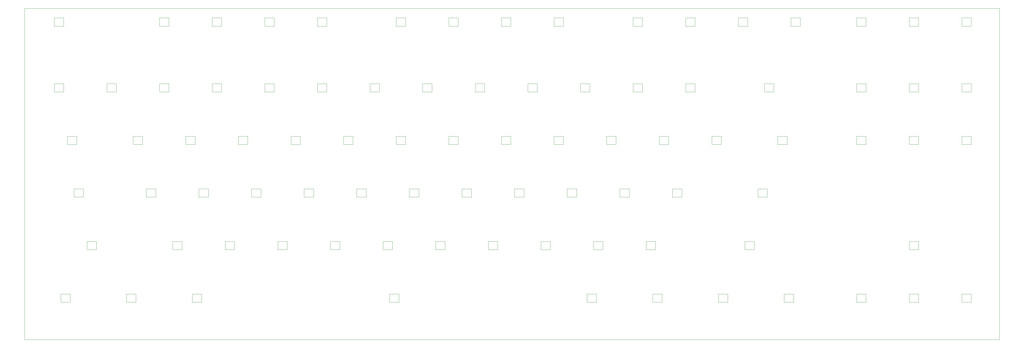
<source format=gm1>
%TF.GenerationSoftware,KiCad,Pcbnew,(5.1.2)-1*%
%TF.CreationDate,2021-11-11T01:17:37-08:00*%
%TF.ProjectId,PyKey60,50794b65-7936-4302-9e6b-696361645f70,1.1a*%
%TF.SameCoordinates,Original*%
%TF.FileFunction,Profile,NP*%
%FSLAX46Y46*%
G04 Gerber Fmt 4.6, Leading zero omitted, Abs format (unit mm)*
G04 Created by KiCad (PCBNEW (5.1.2)-1) date 2021-11-11 01:17:37*
%MOMM*%
%LPD*%
G04 APERTURE LIST*
%ADD10C,0.099060*%
%TA.AperFunction,NonConductor*%
%ADD11C,0.050000*%
%TD*%
G04 APERTURE END LIST*
D10*
X93200000Y-40000000D02*
X412000000Y-40000000D01*
X93200000Y-40000000D02*
X83600000Y-40000000D01*
X59000000Y-160000000D02*
X412000000Y-160000000D01*
X59000000Y-40000000D02*
X83600000Y-40000000D01*
X412000000Y-160000000D02*
X412000000Y-40000000D01*
X59000000Y-40000000D02*
X59000000Y-160000000D01*
D11*
%TO.C,U74*%
X339837500Y-43457500D02*
X339837500Y-46457500D01*
X336437500Y-43457500D02*
X339837500Y-43457500D01*
X336437500Y-46457500D02*
X336437500Y-43457500D01*
X339837500Y-46457500D02*
X336437500Y-46457500D01*
%TO.C,U77*%
X401750000Y-43457500D02*
X401750000Y-46457500D01*
X398350000Y-43457500D02*
X401750000Y-43457500D01*
X398350000Y-46457500D02*
X398350000Y-43457500D01*
X401750000Y-46457500D02*
X398350000Y-46457500D01*
%TO.C,U80*%
X401750000Y-67270000D02*
X401750000Y-70270000D01*
X398350000Y-67270000D02*
X401750000Y-67270000D01*
X398350000Y-70270000D02*
X398350000Y-67270000D01*
X401750000Y-70270000D02*
X398350000Y-70270000D01*
%TO.C,U83*%
X401750000Y-86320000D02*
X401750000Y-89320000D01*
X398350000Y-86320000D02*
X401750000Y-86320000D01*
X398350000Y-89320000D02*
X398350000Y-86320000D01*
X401750000Y-89320000D02*
X398350000Y-89320000D01*
%TO.C,U84*%
X382700000Y-124420000D02*
X382700000Y-127420000D01*
X379300000Y-124420000D02*
X382700000Y-124420000D01*
X379300000Y-127420000D02*
X379300000Y-124420000D01*
X382700000Y-127420000D02*
X379300000Y-127420000D01*
%TO.C,U87*%
X401750000Y-143470000D02*
X401750000Y-146470000D01*
X398350000Y-143470000D02*
X401750000Y-143470000D01*
X398350000Y-146470000D02*
X398350000Y-143470000D01*
X401750000Y-146470000D02*
X398350000Y-146470000D01*
%TO.C,U42*%
X85012000Y-127420000D02*
X81612000Y-127420000D01*
X81612000Y-127420000D02*
X81612000Y-124420000D01*
X81612000Y-124420000D02*
X85012000Y-124420000D01*
X85012000Y-124420000D02*
X85012000Y-127420000D01*
%TO.C,U1*%
X73137500Y-70270000D02*
X69737500Y-70270000D01*
X69737500Y-70270000D02*
X69737500Y-67270000D01*
X69737500Y-67270000D02*
X73137500Y-67270000D01*
X73137500Y-67270000D02*
X73137500Y-70270000D01*
%TO.C,U2*%
X92187500Y-70270000D02*
X88787500Y-70270000D01*
X88787500Y-70270000D02*
X88787500Y-67270000D01*
X88787500Y-67270000D02*
X92187500Y-67270000D01*
X92187500Y-67270000D02*
X92187500Y-70270000D01*
%TO.C,U3*%
X111238000Y-70270000D02*
X107838000Y-70270000D01*
X107838000Y-70270000D02*
X107838000Y-67270000D01*
X107838000Y-67270000D02*
X111238000Y-67270000D01*
X111238000Y-67270000D02*
X111238000Y-70270000D01*
%TO.C,U4*%
X130288000Y-70270000D02*
X126888000Y-70270000D01*
X126888000Y-70270000D02*
X126888000Y-67270000D01*
X126888000Y-67270000D02*
X130288000Y-67270000D01*
X130288000Y-67270000D02*
X130288000Y-70270000D01*
%TO.C,U5*%
X149338000Y-70270000D02*
X145938000Y-70270000D01*
X145938000Y-70270000D02*
X145938000Y-67270000D01*
X145938000Y-67270000D02*
X149338000Y-67270000D01*
X149338000Y-67270000D02*
X149338000Y-70270000D01*
%TO.C,U6*%
X168388000Y-70270000D02*
X164988000Y-70270000D01*
X164988000Y-70270000D02*
X164988000Y-67270000D01*
X164988000Y-67270000D02*
X168388000Y-67270000D01*
X168388000Y-67270000D02*
X168388000Y-70270000D01*
%TO.C,U8*%
X206488000Y-70270000D02*
X203088000Y-70270000D01*
X203088000Y-70270000D02*
X203088000Y-67270000D01*
X203088000Y-67270000D02*
X206488000Y-67270000D01*
X206488000Y-67270000D02*
X206488000Y-70270000D01*
%TO.C,U9*%
X225538000Y-70270000D02*
X222138000Y-70270000D01*
X222138000Y-70270000D02*
X222138000Y-67270000D01*
X222138000Y-67270000D02*
X225538000Y-67270000D01*
X225538000Y-67270000D02*
X225538000Y-70270000D01*
%TO.C,U10*%
X244588000Y-70270000D02*
X241188000Y-70270000D01*
X241188000Y-70270000D02*
X241188000Y-67270000D01*
X241188000Y-67270000D02*
X244588000Y-67270000D01*
X244588000Y-67270000D02*
X244588000Y-70270000D01*
%TO.C,U11*%
X263638000Y-70270000D02*
X260238000Y-70270000D01*
X260238000Y-70270000D02*
X260238000Y-67270000D01*
X260238000Y-67270000D02*
X263638000Y-67270000D01*
X263638000Y-67270000D02*
X263638000Y-70270000D01*
%TO.C,U12*%
X282688000Y-70270000D02*
X279288000Y-70270000D01*
X279288000Y-70270000D02*
X279288000Y-67270000D01*
X279288000Y-67270000D02*
X282688000Y-67270000D01*
X282688000Y-67270000D02*
X282688000Y-70270000D01*
%TO.C,U13*%
X301738000Y-70270000D02*
X298338000Y-70270000D01*
X298338000Y-70270000D02*
X298338000Y-67270000D01*
X298338000Y-67270000D02*
X301738000Y-67270000D01*
X301738000Y-67270000D02*
X301738000Y-70270000D01*
%TO.C,U16*%
X101712000Y-89320000D02*
X98312000Y-89320000D01*
X98312000Y-89320000D02*
X98312000Y-86320000D01*
X98312000Y-86320000D02*
X101712000Y-86320000D01*
X101712000Y-86320000D02*
X101712000Y-89320000D01*
%TO.C,U17*%
X120762000Y-89320000D02*
X117362000Y-89320000D01*
X117362000Y-89320000D02*
X117362000Y-86320000D01*
X117362000Y-86320000D02*
X120762000Y-86320000D01*
X120762000Y-86320000D02*
X120762000Y-89320000D01*
%TO.C,U18*%
X139812000Y-89320000D02*
X136412000Y-89320000D01*
X136412000Y-89320000D02*
X136412000Y-86320000D01*
X136412000Y-86320000D02*
X139812000Y-86320000D01*
X139812000Y-86320000D02*
X139812000Y-89320000D01*
%TO.C,U19*%
X158862000Y-89320000D02*
X155462000Y-89320000D01*
X155462000Y-89320000D02*
X155462000Y-86320000D01*
X155462000Y-86320000D02*
X158862000Y-86320000D01*
X158862000Y-86320000D02*
X158862000Y-89320000D01*
%TO.C,U20*%
X177912000Y-89320000D02*
X174512000Y-89320000D01*
X174512000Y-89320000D02*
X174512000Y-86320000D01*
X174512000Y-86320000D02*
X177912000Y-86320000D01*
X177912000Y-86320000D02*
X177912000Y-89320000D01*
%TO.C,U21*%
X196962000Y-89320000D02*
X193562000Y-89320000D01*
X193562000Y-89320000D02*
X193562000Y-86320000D01*
X193562000Y-86320000D02*
X196962000Y-86320000D01*
X196962000Y-86320000D02*
X196962000Y-89320000D01*
%TO.C,U22*%
X216012000Y-89320000D02*
X212612000Y-89320000D01*
X212612000Y-89320000D02*
X212612000Y-86320000D01*
X212612000Y-86320000D02*
X216012000Y-86320000D01*
X216012000Y-86320000D02*
X216012000Y-89320000D01*
%TO.C,U23*%
X235062000Y-89320000D02*
X231662000Y-89320000D01*
X231662000Y-89320000D02*
X231662000Y-86320000D01*
X231662000Y-86320000D02*
X235062000Y-86320000D01*
X235062000Y-86320000D02*
X235062000Y-89320000D01*
%TO.C,U24*%
X254112000Y-89320000D02*
X250712000Y-89320000D01*
X250712000Y-89320000D02*
X250712000Y-86320000D01*
X250712000Y-86320000D02*
X254112000Y-86320000D01*
X254112000Y-86320000D02*
X254112000Y-89320000D01*
%TO.C,U25*%
X273162000Y-89320000D02*
X269762000Y-89320000D01*
X269762000Y-89320000D02*
X269762000Y-86320000D01*
X269762000Y-86320000D02*
X273162000Y-86320000D01*
X273162000Y-86320000D02*
X273162000Y-89320000D01*
%TO.C,U26*%
X292212000Y-89320000D02*
X288812000Y-89320000D01*
X288812000Y-89320000D02*
X288812000Y-86320000D01*
X288812000Y-86320000D02*
X292212000Y-86320000D01*
X292212000Y-86320000D02*
X292212000Y-89320000D01*
%TO.C,U27*%
X311262000Y-89320000D02*
X307862000Y-89320000D01*
X307862000Y-89320000D02*
X307862000Y-86320000D01*
X307862000Y-86320000D02*
X311262000Y-86320000D01*
X311262000Y-86320000D02*
X311262000Y-89320000D01*
%TO.C,U30*%
X106475000Y-108370000D02*
X103075000Y-108370000D01*
X103075000Y-108370000D02*
X103075000Y-105370000D01*
X103075000Y-105370000D02*
X106475000Y-105370000D01*
X106475000Y-105370000D02*
X106475000Y-108370000D01*
%TO.C,U31*%
X125525000Y-108370000D02*
X122125000Y-108370000D01*
X122125000Y-108370000D02*
X122125000Y-105370000D01*
X122125000Y-105370000D02*
X125525000Y-105370000D01*
X125525000Y-105370000D02*
X125525000Y-108370000D01*
%TO.C,U32*%
X144575000Y-108370000D02*
X141175000Y-108370000D01*
X141175000Y-108370000D02*
X141175000Y-105370000D01*
X141175000Y-105370000D02*
X144575000Y-105370000D01*
X144575000Y-105370000D02*
X144575000Y-108370000D01*
%TO.C,U33*%
X163625000Y-108370000D02*
X160225000Y-108370000D01*
X160225000Y-108370000D02*
X160225000Y-105370000D01*
X160225000Y-105370000D02*
X163625000Y-105370000D01*
X163625000Y-105370000D02*
X163625000Y-108370000D01*
%TO.C,U34*%
X182675000Y-108370000D02*
X179275000Y-108370000D01*
X179275000Y-108370000D02*
X179275000Y-105370000D01*
X179275000Y-105370000D02*
X182675000Y-105370000D01*
X182675000Y-105370000D02*
X182675000Y-108370000D01*
%TO.C,U35*%
X201725000Y-108370000D02*
X198325000Y-108370000D01*
X198325000Y-108370000D02*
X198325000Y-105370000D01*
X198325000Y-105370000D02*
X201725000Y-105370000D01*
X201725000Y-105370000D02*
X201725000Y-108370000D01*
%TO.C,U36*%
X220775000Y-108370000D02*
X217375000Y-108370000D01*
X217375000Y-108370000D02*
X217375000Y-105370000D01*
X217375000Y-105370000D02*
X220775000Y-105370000D01*
X220775000Y-105370000D02*
X220775000Y-108370000D01*
%TO.C,U37*%
X239825000Y-108370000D02*
X236425000Y-108370000D01*
X236425000Y-108370000D02*
X236425000Y-105370000D01*
X236425000Y-105370000D02*
X239825000Y-105370000D01*
X239825000Y-105370000D02*
X239825000Y-108370000D01*
%TO.C,U38*%
X258875000Y-108370000D02*
X255475000Y-108370000D01*
X255475000Y-108370000D02*
X255475000Y-105370000D01*
X255475000Y-105370000D02*
X258875000Y-105370000D01*
X258875000Y-105370000D02*
X258875000Y-108370000D01*
%TO.C,U39*%
X277925000Y-108370000D02*
X274525000Y-108370000D01*
X274525000Y-108370000D02*
X274525000Y-105370000D01*
X274525000Y-105370000D02*
X277925000Y-105370000D01*
X277925000Y-105370000D02*
X277925000Y-108370000D01*
%TO.C,U40*%
X296975000Y-108370000D02*
X293575000Y-108370000D01*
X293575000Y-108370000D02*
X293575000Y-105370000D01*
X293575000Y-105370000D02*
X296975000Y-105370000D01*
X296975000Y-105370000D02*
X296975000Y-108370000D01*
%TO.C,U43*%
X116000000Y-127420000D02*
X112600000Y-127420000D01*
X112600000Y-127420000D02*
X112600000Y-124420000D01*
X112600000Y-124420000D02*
X116000000Y-124420000D01*
X116000000Y-124420000D02*
X116000000Y-127420000D01*
%TO.C,U44*%
X135050000Y-127420000D02*
X131650000Y-127420000D01*
X131650000Y-127420000D02*
X131650000Y-124420000D01*
X131650000Y-124420000D02*
X135050000Y-124420000D01*
X135050000Y-124420000D02*
X135050000Y-127420000D01*
%TO.C,U45*%
X154100000Y-127420000D02*
X150700000Y-127420000D01*
X150700000Y-127420000D02*
X150700000Y-124420000D01*
X150700000Y-124420000D02*
X154100000Y-124420000D01*
X154100000Y-124420000D02*
X154100000Y-127420000D01*
%TO.C,U46*%
X173150000Y-127420000D02*
X169750000Y-127420000D01*
X169750000Y-127420000D02*
X169750000Y-124420000D01*
X169750000Y-124420000D02*
X173150000Y-124420000D01*
X173150000Y-124420000D02*
X173150000Y-127420000D01*
%TO.C,U47*%
X192200000Y-127420000D02*
X188800000Y-127420000D01*
X188800000Y-127420000D02*
X188800000Y-124420000D01*
X188800000Y-124420000D02*
X192200000Y-124420000D01*
X192200000Y-124420000D02*
X192200000Y-127420000D01*
%TO.C,U48*%
X211250000Y-127420000D02*
X207850000Y-127420000D01*
X207850000Y-127420000D02*
X207850000Y-124420000D01*
X207850000Y-124420000D02*
X211250000Y-124420000D01*
X211250000Y-124420000D02*
X211250000Y-127420000D01*
%TO.C,U49*%
X230300000Y-127420000D02*
X226900000Y-127420000D01*
X226900000Y-127420000D02*
X226900000Y-124420000D01*
X226900000Y-124420000D02*
X230300000Y-124420000D01*
X230300000Y-124420000D02*
X230300000Y-127420000D01*
%TO.C,U50*%
X249350000Y-127420000D02*
X245950000Y-127420000D01*
X245950000Y-127420000D02*
X245950000Y-124420000D01*
X245950000Y-124420000D02*
X249350000Y-124420000D01*
X249350000Y-124420000D02*
X249350000Y-127420000D01*
%TO.C,U51*%
X268400000Y-127420000D02*
X265000000Y-127420000D01*
X265000000Y-127420000D02*
X265000000Y-124420000D01*
X265000000Y-124420000D02*
X268400000Y-124420000D01*
X268400000Y-124420000D02*
X268400000Y-127420000D01*
%TO.C,U52*%
X287450000Y-127420000D02*
X284050000Y-127420000D01*
X284050000Y-127420000D02*
X284050000Y-124420000D01*
X284050000Y-124420000D02*
X287450000Y-124420000D01*
X287450000Y-124420000D02*
X287450000Y-127420000D01*
%TO.C,U62*%
X73137500Y-43457500D02*
X73137500Y-46457500D01*
X69737500Y-43457500D02*
X73137500Y-43457500D01*
X69737500Y-46457500D02*
X69737500Y-43457500D01*
X73137500Y-46457500D02*
X69737500Y-46457500D01*
%TO.C,U63*%
X111237500Y-46457500D02*
X107837500Y-46457500D01*
X107837500Y-46457500D02*
X107837500Y-43457500D01*
X107837500Y-43457500D02*
X111237500Y-43457500D01*
X111237500Y-43457500D02*
X111237500Y-46457500D01*
%TO.C,U64*%
X130287500Y-43457500D02*
X130287500Y-46457500D01*
X126887500Y-43457500D02*
X130287500Y-43457500D01*
X126887500Y-46457500D02*
X126887500Y-43457500D01*
X130287500Y-46457500D02*
X126887500Y-46457500D01*
%TO.C,U65*%
X149337500Y-43457500D02*
X149337500Y-46457500D01*
X145937500Y-43457500D02*
X149337500Y-43457500D01*
X145937500Y-46457500D02*
X145937500Y-43457500D01*
X149337500Y-46457500D02*
X145937500Y-46457500D01*
%TO.C,U66*%
X168387500Y-43457500D02*
X168387500Y-46457500D01*
X164987500Y-43457500D02*
X168387500Y-43457500D01*
X164987500Y-46457500D02*
X164987500Y-43457500D01*
X168387500Y-46457500D02*
X164987500Y-46457500D01*
%TO.C,U67*%
X196962500Y-43457500D02*
X196962500Y-46457500D01*
X193562500Y-43457500D02*
X196962500Y-43457500D01*
X193562500Y-46457500D02*
X193562500Y-43457500D01*
X196962500Y-46457500D02*
X193562500Y-46457500D01*
%TO.C,U68*%
X216012500Y-43457500D02*
X216012500Y-46457500D01*
X212612500Y-43457500D02*
X216012500Y-43457500D01*
X212612500Y-46457500D02*
X212612500Y-43457500D01*
X216012500Y-46457500D02*
X212612500Y-46457500D01*
%TO.C,U69*%
X235062500Y-43457500D02*
X235062500Y-46457500D01*
X231662500Y-43457500D02*
X235062500Y-43457500D01*
X231662500Y-46457500D02*
X231662500Y-43457500D01*
X235062500Y-46457500D02*
X231662500Y-46457500D01*
%TO.C,U70*%
X254112500Y-43457500D02*
X254112500Y-46457500D01*
X250712500Y-43457500D02*
X254112500Y-43457500D01*
X250712500Y-46457500D02*
X250712500Y-43457500D01*
X254112500Y-46457500D02*
X250712500Y-46457500D01*
%TO.C,U71*%
X282687500Y-43457500D02*
X282687500Y-46457500D01*
X279287500Y-43457500D02*
X282687500Y-43457500D01*
X279287500Y-46457500D02*
X279287500Y-43457500D01*
X282687500Y-46457500D02*
X279287500Y-46457500D01*
%TO.C,U72*%
X301737500Y-43457500D02*
X301737500Y-46457500D01*
X298337500Y-43457500D02*
X301737500Y-43457500D01*
X298337500Y-46457500D02*
X298337500Y-43457500D01*
X301737500Y-46457500D02*
X298337500Y-46457500D01*
%TO.C,U73*%
X320787500Y-43457500D02*
X320787500Y-46457500D01*
X317387500Y-43457500D02*
X320787500Y-43457500D01*
X317387500Y-46457500D02*
X317387500Y-43457500D01*
X320787500Y-46457500D02*
X317387500Y-46457500D01*
%TO.C,U75*%
X363650000Y-43457500D02*
X363650000Y-46457500D01*
X360250000Y-43457500D02*
X363650000Y-43457500D01*
X360250000Y-46457500D02*
X360250000Y-43457500D01*
X363650000Y-46457500D02*
X360250000Y-46457500D01*
%TO.C,U78*%
X363650000Y-67270000D02*
X363650000Y-70270000D01*
X360250000Y-67270000D02*
X363650000Y-67270000D01*
X360250000Y-70270000D02*
X360250000Y-67270000D01*
X363650000Y-70270000D02*
X360250000Y-70270000D01*
%TO.C,U81*%
X363650000Y-86320000D02*
X363650000Y-89320000D01*
X360250000Y-86320000D02*
X363650000Y-86320000D01*
X360250000Y-89320000D02*
X360250000Y-86320000D01*
X363650000Y-89320000D02*
X360250000Y-89320000D01*
%TO.C,U85*%
X363650000Y-143470000D02*
X363650000Y-146470000D01*
X360250000Y-143470000D02*
X363650000Y-143470000D01*
X360250000Y-146470000D02*
X360250000Y-143470000D01*
X363650000Y-146470000D02*
X360250000Y-146470000D01*
%TO.C,U76*%
X382700000Y-43457500D02*
X382700000Y-46457500D01*
X379300000Y-43457500D02*
X382700000Y-43457500D01*
X379300000Y-46457500D02*
X379300000Y-43457500D01*
X382700000Y-46457500D02*
X379300000Y-46457500D01*
%TO.C,U79*%
X382700000Y-67270000D02*
X382700000Y-70270000D01*
X379300000Y-67270000D02*
X382700000Y-67270000D01*
X379300000Y-70270000D02*
X379300000Y-67270000D01*
X382700000Y-70270000D02*
X379300000Y-70270000D01*
%TO.C,U82*%
X382700000Y-86320000D02*
X382700000Y-89320000D01*
X379300000Y-86320000D02*
X382700000Y-86320000D01*
X379300000Y-89320000D02*
X379300000Y-86320000D01*
X382700000Y-89320000D02*
X379300000Y-89320000D01*
%TO.C,U7*%
X187438000Y-70270000D02*
X184038000Y-70270000D01*
X184038000Y-70270000D02*
X184038000Y-67270000D01*
X184038000Y-67270000D02*
X187438000Y-67270000D01*
X187438000Y-67270000D02*
X187438000Y-70270000D01*
%TO.C,U86*%
X382700000Y-143470000D02*
X382700000Y-146470000D01*
X379300000Y-143470000D02*
X382700000Y-143470000D01*
X379300000Y-146470000D02*
X379300000Y-143470000D01*
X382700000Y-146470000D02*
X379300000Y-146470000D01*
%TO.C,U57*%
X194581000Y-146470000D02*
X191181000Y-146470000D01*
X191181000Y-146470000D02*
X191181000Y-143470000D01*
X191181000Y-143470000D02*
X194581000Y-143470000D01*
X194581000Y-143470000D02*
X194581000Y-146470000D01*
%TO.C,U53*%
X323169000Y-127420000D02*
X319769000Y-127420000D01*
X319769000Y-127420000D02*
X319769000Y-124420000D01*
X319769000Y-124420000D02*
X323169000Y-124420000D01*
X323169000Y-124420000D02*
X323169000Y-127420000D01*
%TO.C,U41*%
X327931000Y-108370000D02*
X324531000Y-108370000D01*
X324531000Y-108370000D02*
X324531000Y-105370000D01*
X324531000Y-105370000D02*
X327931000Y-105370000D01*
X327931000Y-105370000D02*
X327931000Y-108370000D01*
%TO.C,U14*%
X330313000Y-70270000D02*
X326913000Y-70270000D01*
X326913000Y-70270000D02*
X326913000Y-67270000D01*
X326913000Y-67270000D02*
X330313000Y-67270000D01*
X330313000Y-67270000D02*
X330313000Y-70270000D01*
%TO.C,U29*%
X80282500Y-108370000D02*
X76882500Y-108370000D01*
X76882500Y-108370000D02*
X76882500Y-105370000D01*
X76882500Y-105370000D02*
X80282500Y-105370000D01*
X80282500Y-105370000D02*
X80282500Y-108370000D01*
%TO.C,U28*%
X335075000Y-89320000D02*
X331675000Y-89320000D01*
X331675000Y-89320000D02*
X331675000Y-86320000D01*
X331675000Y-86320000D02*
X335075000Y-86320000D01*
X335075000Y-86320000D02*
X335075000Y-89320000D01*
%TO.C,U15*%
X77900000Y-89320000D02*
X74500000Y-89320000D01*
X74500000Y-89320000D02*
X74500000Y-86320000D01*
X74500000Y-86320000D02*
X77900000Y-86320000D01*
X77900000Y-86320000D02*
X77900000Y-89320000D01*
%TO.C,U61*%
X337444000Y-146470000D02*
X334044000Y-146470000D01*
X334044000Y-146470000D02*
X334044000Y-143470000D01*
X334044000Y-143470000D02*
X337444000Y-143470000D01*
X337444000Y-143470000D02*
X337444000Y-146470000D01*
%TO.C,U60*%
X313631000Y-146470000D02*
X310231000Y-146470000D01*
X310231000Y-146470000D02*
X310231000Y-143470000D01*
X310231000Y-143470000D02*
X313631000Y-143470000D01*
X313631000Y-143470000D02*
X313631000Y-146470000D01*
%TO.C,U59*%
X289831000Y-146470000D02*
X286431000Y-146470000D01*
X286431000Y-146470000D02*
X286431000Y-143470000D01*
X286431000Y-143470000D02*
X289831000Y-143470000D01*
X289831000Y-143470000D02*
X289831000Y-146470000D01*
%TO.C,U58*%
X266019000Y-146470000D02*
X262619000Y-146470000D01*
X262619000Y-146470000D02*
X262619000Y-143470000D01*
X262619000Y-143470000D02*
X266019000Y-143470000D01*
X266019000Y-143470000D02*
X266019000Y-146470000D01*
%TO.C,U56*%
X123144000Y-146470000D02*
X119744000Y-146470000D01*
X119744000Y-146470000D02*
X119744000Y-143470000D01*
X119744000Y-143470000D02*
X123144000Y-143470000D01*
X123144000Y-143470000D02*
X123144000Y-146470000D01*
%TO.C,U55*%
X99331200Y-146470000D02*
X95931200Y-146470000D01*
X95931200Y-146470000D02*
X95931200Y-143470000D01*
X95931200Y-143470000D02*
X99331200Y-143470000D01*
X99331200Y-143470000D02*
X99331200Y-146470000D01*
%TO.C,U54*%
X75518800Y-146470000D02*
X72118800Y-146470000D01*
X72118800Y-146470000D02*
X72118800Y-143470000D01*
X72118800Y-143470000D02*
X75518800Y-143470000D01*
X75518800Y-143470000D02*
X75518800Y-146470000D01*
%TD*%
M02*

</source>
